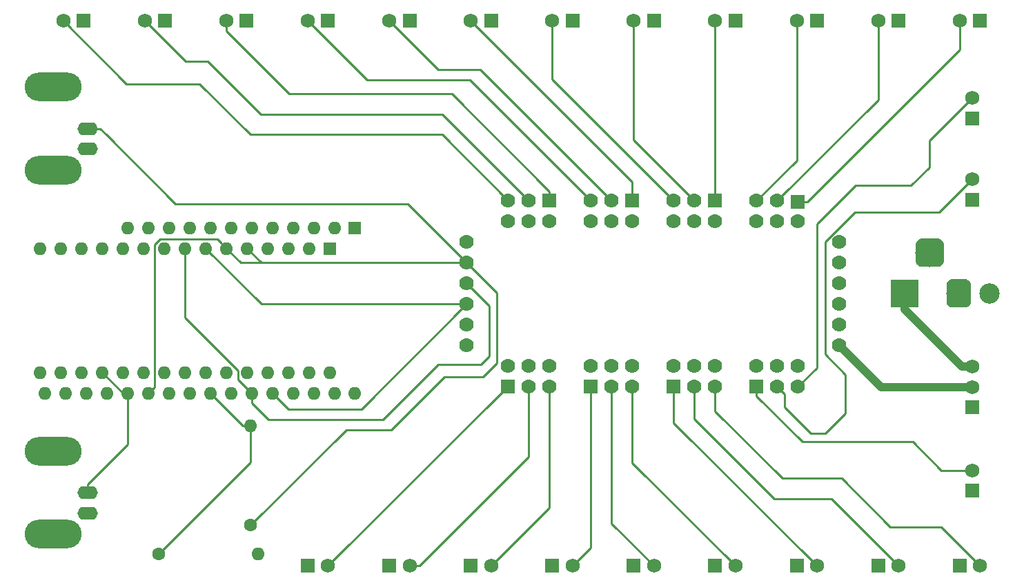
<source format=gbr>
G04 #@! TF.GenerationSoftware,KiCad,Pcbnew,(5.0.0)*
G04 #@! TF.CreationDate,2018-12-21T15:41:38+00:00*
G04 #@! TF.ProjectId,Multi Chromatic Stimulator,4D756C7469204368726F6D6174696320,rev?*
G04 #@! TF.SameCoordinates,Original*
G04 #@! TF.FileFunction,Copper,L1,Top,Signal*
G04 #@! TF.FilePolarity,Positive*
%FSLAX46Y46*%
G04 Gerber Fmt 4.6, Leading zero omitted, Abs format (unit mm)*
G04 Created by KiCad (PCBNEW (5.0.0)) date 12/21/18 15:41:38*
%MOMM*%
%LPD*%
G01*
G04 APERTURE LIST*
G04 #@! TA.AperFunction,ComponentPad*
%ADD10C,1.750000*%
G04 #@! TD*
G04 #@! TA.AperFunction,ComponentPad*
%ADD11R,1.750000X1.750000*%
G04 #@! TD*
G04 #@! TA.AperFunction,ComponentPad*
%ADD12O,1.600000X1.600000*%
G04 #@! TD*
G04 #@! TA.AperFunction,ComponentPad*
%ADD13C,1.600000*%
G04 #@! TD*
G04 #@! TA.AperFunction,ComponentPad*
%ADD14R,1.600000X1.600000*%
G04 #@! TD*
G04 #@! TA.AperFunction,ComponentPad*
%ADD15C,1.778000*%
G04 #@! TD*
G04 #@! TA.AperFunction,ComponentPad*
%ADD16R,1.778000X1.778000*%
G04 #@! TD*
G04 #@! TA.AperFunction,ComponentPad*
%ADD17O,2.499360X1.600200*%
G04 #@! TD*
G04 #@! TA.AperFunction,ComponentPad*
%ADD18O,7.000240X3.500120*%
G04 #@! TD*
G04 #@! TA.AperFunction,ComponentPad*
%ADD19C,2.500000*%
G04 #@! TD*
G04 #@! TA.AperFunction,ComponentPad*
%ADD20R,3.500000X3.500000*%
G04 #@! TD*
G04 #@! TA.AperFunction,Conductor*
%ADD21C,0.100000*%
G04 #@! TD*
G04 #@! TA.AperFunction,ComponentPad*
%ADD22C,3.000000*%
G04 #@! TD*
G04 #@! TA.AperFunction,ComponentPad*
%ADD23C,3.500000*%
G04 #@! TD*
G04 #@! TA.AperFunction,Conductor*
%ADD24C,0.250000*%
G04 #@! TD*
G04 #@! TA.AperFunction,Conductor*
%ADD25C,1.000000*%
G04 #@! TD*
G04 APERTURE END LIST*
D10*
G04 #@! TO.P,,2*
G04 #@! TO.N,Net-(J25-Pad1)*
X69500000Y-49000000D03*
D11*
G04 #@! TO.P,,1*
G04 #@! TO.N,Net-(J24-Pad1)*
X72000000Y-49000000D03*
G04 #@! TD*
D10*
G04 #@! TO.P,,2*
G04 #@! TO.N,Net-(J25-Pad1)*
X79500000Y-49000000D03*
D11*
G04 #@! TO.P,,1*
G04 #@! TO.N,Net-(J23-Pad1)*
X82000000Y-49000000D03*
G04 #@! TD*
D10*
G04 #@! TO.P,,2*
G04 #@! TO.N,Net-(J25-Pad1)*
X89500000Y-49000000D03*
D11*
G04 #@! TO.P,,1*
G04 #@! TO.N,Net-(J22-Pad1)*
X92000000Y-49000000D03*
G04 #@! TD*
D10*
G04 #@! TO.P,,2*
G04 #@! TO.N,Net-(J25-Pad1)*
X99500000Y-49000000D03*
D11*
G04 #@! TO.P,,1*
G04 #@! TO.N,Net-(J21-Pad1)*
X102000000Y-49000000D03*
G04 #@! TD*
D10*
G04 #@! TO.P,,2*
G04 #@! TO.N,Net-(J25-Pad1)*
X109500000Y-49000000D03*
D11*
G04 #@! TO.P,,1*
G04 #@! TO.N,Net-(J20-Pad1)*
X112000000Y-49000000D03*
G04 #@! TD*
D10*
G04 #@! TO.P,,2*
G04 #@! TO.N,Net-(J25-Pad1)*
X119500000Y-49000000D03*
D11*
G04 #@! TO.P,,1*
G04 #@! TO.N,Net-(J19-Pad1)*
X122000000Y-49000000D03*
G04 #@! TD*
D10*
G04 #@! TO.P,,2*
G04 #@! TO.N,Net-(J25-Pad1)*
X129500000Y-49000000D03*
D11*
G04 #@! TO.P,,1*
G04 #@! TO.N,Net-(J18-Pad1)*
X132000000Y-49000000D03*
G04 #@! TD*
D10*
G04 #@! TO.P,,2*
G04 #@! TO.N,Net-(J25-Pad1)*
X139500000Y-49000000D03*
D11*
G04 #@! TO.P,,1*
G04 #@! TO.N,Net-(J17-Pad1)*
X142000000Y-49000000D03*
G04 #@! TD*
D10*
G04 #@! TO.P,,2*
G04 #@! TO.N,Net-(J25-Pad1)*
X149500000Y-49000000D03*
D11*
G04 #@! TO.P,,1*
G04 #@! TO.N,Net-(J16-Pad1)*
X152000000Y-49000000D03*
G04 #@! TD*
D10*
G04 #@! TO.P,,2*
G04 #@! TO.N,Net-(J25-Pad1)*
X159500000Y-49000000D03*
D11*
G04 #@! TO.P,,1*
G04 #@! TO.N,Net-(J15-Pad1)*
X162000000Y-49000000D03*
G04 #@! TD*
D10*
G04 #@! TO.P,,2*
G04 #@! TO.N,Net-(J25-Pad1)*
X169500000Y-49000000D03*
D11*
G04 #@! TO.P,,1*
G04 #@! TO.N,Net-(J14-Pad1)*
X172000000Y-49000000D03*
G04 #@! TD*
D10*
G04 #@! TO.P,,2*
G04 #@! TO.N,Net-(J25-Pad1)*
X179500000Y-49000000D03*
D11*
G04 #@! TO.P,,1*
G04 #@! TO.N,Net-(J13-Pad1)*
X182000000Y-49000000D03*
G04 #@! TD*
G04 #@! TO.P,,1*
G04 #@! TO.N,Net-(J12-Pad1)*
X181000000Y-61000000D03*
D10*
G04 #@! TO.P,,2*
G04 #@! TO.N,Net-(J25-Pad1)*
X181000000Y-58500000D03*
G04 #@! TD*
D11*
G04 #@! TO.P,,1*
G04 #@! TO.N,Net-(J11-Pad1)*
X181000000Y-71000000D03*
D10*
G04 #@! TO.P,,2*
G04 #@! TO.N,Net-(J25-Pad1)*
X181000000Y-68500000D03*
G04 #@! TD*
D11*
G04 #@! TO.P,,1*
G04 #@! TO.N,Net-(J10-Pad1)*
X181000000Y-106750000D03*
D10*
G04 #@! TO.P,,2*
G04 #@! TO.N,Net-(J25-Pad1)*
X181000000Y-104250000D03*
G04 #@! TD*
G04 #@! TO.P,,2*
G04 #@! TO.N,Net-(J25-Pad1)*
X182000000Y-116000000D03*
D11*
G04 #@! TO.P,,1*
G04 #@! TO.N,Net-(J9-Pad1)*
X179500000Y-116000000D03*
G04 #@! TD*
D10*
G04 #@! TO.P,,2*
G04 #@! TO.N,Net-(J25-Pad1)*
X172000000Y-116000000D03*
D11*
G04 #@! TO.P,,1*
G04 #@! TO.N,Net-(J8-Pad1)*
X169500000Y-116000000D03*
G04 #@! TD*
D10*
G04 #@! TO.P,,2*
G04 #@! TO.N,Net-(J25-Pad1)*
X162000000Y-116000000D03*
D11*
G04 #@! TO.P,,1*
G04 #@! TO.N,Net-(J7-Pad1)*
X159500000Y-116000000D03*
G04 #@! TD*
D10*
G04 #@! TO.P,,2*
G04 #@! TO.N,Net-(J25-Pad1)*
X152000000Y-116000000D03*
D11*
G04 #@! TO.P,,1*
G04 #@! TO.N,Net-(J6-Pad1)*
X149500000Y-116000000D03*
G04 #@! TD*
D10*
G04 #@! TO.P,,2*
G04 #@! TO.N,Net-(J25-Pad1)*
X142000000Y-116000000D03*
D11*
G04 #@! TO.P,,1*
G04 #@! TO.N,Net-(J5-Pad1)*
X139500000Y-116000000D03*
G04 #@! TD*
D10*
G04 #@! TO.P,,2*
G04 #@! TO.N,Net-(J25-Pad1)*
X132000000Y-116000000D03*
D11*
G04 #@! TO.P,,1*
G04 #@! TO.N,Net-(J4-Pad1)*
X129500000Y-116000000D03*
G04 #@! TD*
D10*
G04 #@! TO.P,,2*
G04 #@! TO.N,Net-(J25-Pad1)*
X122000000Y-116000000D03*
D11*
G04 #@! TO.P,,1*
G04 #@! TO.N,Net-(J3-Pad1)*
X119500000Y-116000000D03*
G04 #@! TD*
D10*
G04 #@! TO.P,,2*
G04 #@! TO.N,Net-(J25-Pad1)*
X112000000Y-116000000D03*
D11*
G04 #@! TO.P,,1*
G04 #@! TO.N,Net-(J2-Pad1)*
X109500000Y-116000000D03*
G04 #@! TD*
G04 #@! TO.P,,1*
G04 #@! TO.N,Net-(J1-Pad1)*
X99500000Y-116000000D03*
D10*
G04 #@! TO.P,,2*
G04 #@! TO.N,Net-(J25-Pad1)*
X102000000Y-116000000D03*
G04 #@! TD*
D12*
G04 #@! TO.P,,2*
G04 #@! TO.N,GNDREF*
X93430000Y-114500000D03*
D13*
G04 #@! TO.P,,1*
G04 #@! TO.N,Net-(A1-Pad23)*
X81250000Y-114500000D03*
G04 #@! TD*
D14*
G04 #@! TO.P,,SDA/23*
G04 #@! TO.N,N/C*
X105250000Y-74500000D03*
D12*
G04 #@! TO.P,,NC*
G04 #@! TO.N,Net-(A1-Pad17)*
X72330000Y-94830000D03*
G04 #@! TO.P,,SCL/22*
G04 #@! TO.N,N/C*
X102810000Y-74500000D03*
G04 #@! TO.P,,18*
G04 #@! TO.N,GNDREF*
X74870000Y-94830000D03*
G04 #@! TO.P,,14/A6*
G04 #@! TO.N,N/C*
X100270000Y-74500000D03*
G04 #@! TO.P,,A0/26*
G04 #@! TO.N,Net-(A1-Pad19)*
X77410000Y-94830000D03*
G04 #@! TO.P,,32/A7*
G04 #@! TO.N,N/C*
X97730000Y-74500000D03*
G04 #@! TO.P,,A1/25*
G04 #@! TO.N,Net-(A1-Pad23)*
X79950000Y-94830000D03*
G04 #@! TO.P,,15/A8*
G04 #@! TO.N,N/C*
X95190000Y-74500000D03*
G04 #@! TO.P,,A2/34*
G04 #@! TO.N,Net-(A1-Pad21)*
X82490000Y-94830000D03*
G04 #@! TO.P,,33/A9*
G04 #@! TO.N,N/C*
X92650000Y-74500000D03*
G04 #@! TO.P,,A3/39*
G04 #@! TO.N,Net-(A1-Pad22)*
X85030000Y-94830000D03*
G04 #@! TO.P,,27/A10*
G04 #@! TO.N,N/C*
X90110000Y-74500000D03*
G04 #@! TO.P,,A4/36*
G04 #@! TO.N,Net-(A1-Pad23)*
X87570000Y-94830000D03*
G04 #@! TO.P,,12/A11*
G04 #@! TO.N,N/C*
X87570000Y-74500000D03*
G04 #@! TO.P,,A5/4*
G04 #@! TO.N,Net-(A1-Pad24)*
X90110000Y-94830000D03*
G04 #@! TO.P,,13/A12*
G04 #@! TO.N,N/C*
X85030000Y-74500000D03*
G04 #@! TO.P,,SCK/5*
G04 #@! TO.N,Net-(A1-Pad25)*
X92650000Y-94830000D03*
G04 #@! TO.P,,USB*
G04 #@! TO.N,N/C*
X82490000Y-74500000D03*
G04 #@! TO.P,,MOSI/18*
G04 #@! TO.N,Net-(A1-Pad26)*
X95190000Y-94830000D03*
G04 #@! TO.P,,En*
G04 #@! TO.N,N/C*
X79950000Y-74500000D03*
G04 #@! TO.P,,MISO/19*
G04 #@! TO.N,Net-(A1-Pad27)*
X97730000Y-94830000D03*
G04 #@! TO.P,,BAT*
G04 #@! TO.N,N/C*
X77410000Y-74500000D03*
G04 #@! TO.P,,RX/16*
G04 #@! TO.N,Net-(A1-Pad28)*
X100270000Y-94830000D03*
G04 #@! TO.P,,TX/17*
G04 #@! TO.N,N/C*
X102810000Y-94830000D03*
G04 #@! TO.P,,21*
G04 #@! TO.N,Net-(A1-Pad30)*
X105250000Y-94830000D03*
G04 #@! TO.P,,3V*
G04 #@! TO.N,Net-(A1-Pad16)*
X69790000Y-94830000D03*
G04 #@! TO.P,,RST*
G04 #@! TO.N,N/C*
X67250000Y-94830000D03*
G04 #@! TD*
D15*
G04 #@! TO.P,,25*
G04 #@! TO.N,Net-(J21-Pad1)*
X134255000Y-73660000D03*
G04 #@! TO.P,,*
G04 #@! TO.N,Net-(J25-Pad1)*
X134255000Y-71120000D03*
G04 #@! TO.P,,26*
G04 #@! TO.N,Net-(J22-Pad1)*
X129175000Y-73660000D03*
G04 #@! TO.P,,*
G04 #@! TO.N,Net-(J25-Pad1)*
X126635000Y-71120000D03*
G04 #@! TO.P,,27*
G04 #@! TO.N,Net-(J23-Pad1)*
X126635000Y-73660000D03*
G04 #@! TO.P,,*
G04 #@! TO.N,Net-(J25-Pad1)*
X124095000Y-71120000D03*
G04 #@! TO.P,,28*
G04 #@! TO.N,Net-(J24-Pad1)*
X124095000Y-73660000D03*
G04 #@! TO.P,,*
G04 #@! TO.N,Net-(J25-Pad1)*
X136795000Y-71120000D03*
G04 #@! TO.P,,24*
G04 #@! TO.N,Net-(J20-Pad1)*
X136795000Y-73660000D03*
G04 #@! TO.P,,23*
G04 #@! TO.N,Net-(J19-Pad1)*
X139335000Y-73660000D03*
G04 #@! TO.P,,*
G04 #@! TO.N,Net-(J25-Pad1)*
X146955000Y-71120000D03*
X144415000Y-71120000D03*
G04 #@! TO.P,,22*
G04 #@! TO.N,Net-(J18-Pad1)*
X144415000Y-73660000D03*
G04 #@! TO.P,,21*
G04 #@! TO.N,Net-(J17-Pad1)*
X146955000Y-73660000D03*
G04 #@! TO.P,,20*
G04 #@! TO.N,Net-(J16-Pad1)*
X149495000Y-73660000D03*
G04 #@! TO.P,,19*
G04 #@! TO.N,Net-(J15-Pad1)*
X154575000Y-73660000D03*
G04 #@! TO.P,,*
G04 #@! TO.N,Net-(J25-Pad1)*
X154575000Y-71120000D03*
X157115000Y-71120000D03*
G04 #@! TO.P,,18*
G04 #@! TO.N,Net-(J14-Pad1)*
X157115000Y-73660000D03*
G04 #@! TO.P,,17*
G04 #@! TO.N,Net-(J13-Pad1)*
X159655000Y-73660000D03*
G04 #@! TO.P,,16*
G04 #@! TO.N,Net-(J12-Pad1)*
X159655000Y-91440000D03*
G04 #@! TO.P,,*
G04 #@! TO.N,Net-(J25-Pad1)*
X159655000Y-93980000D03*
X157115000Y-93980000D03*
G04 #@! TO.P,,15*
G04 #@! TO.N,Net-(J11-Pad1)*
X157115000Y-91440000D03*
G04 #@! TO.P,,14*
G04 #@! TO.N,Net-(J10-Pad1)*
X154575000Y-91440000D03*
G04 #@! TO.P,,*
G04 #@! TO.N,Net-(J25-Pad1)*
X149495000Y-93980000D03*
X146955000Y-93980000D03*
G04 #@! TO.P,,13*
G04 #@! TO.N,Net-(J9-Pad1)*
X149495000Y-91440000D03*
G04 #@! TO.P,,12*
G04 #@! TO.N,Net-(J8-Pad1)*
X146955000Y-91440000D03*
G04 #@! TO.P,,11*
G04 #@! TO.N,Net-(J7-Pad1)*
X144415000Y-91440000D03*
D16*
G04 #@! TO.P,,*
G04 #@! TO.N,Net-(J25-Pad1)*
X129175000Y-71120000D03*
X139335000Y-71120000D03*
X149495000Y-71120000D03*
X159655000Y-71250000D03*
X154575000Y-93980000D03*
X144415000Y-93980000D03*
D15*
X139335000Y-93980000D03*
X136795000Y-93980000D03*
D16*
X134255000Y-93980000D03*
D15*
G04 #@! TO.P,,10*
G04 #@! TO.N,Net-(J6-Pad1)*
X139335000Y-91440000D03*
G04 #@! TO.P,,9*
G04 #@! TO.N,Net-(J5-Pad1)*
X136795000Y-91440000D03*
G04 #@! TO.P,,8*
G04 #@! TO.N,Net-(J4-Pad1)*
X134255000Y-91440000D03*
G04 #@! TO.P,,*
G04 #@! TO.N,Net-(J25-Pad1)*
X129175000Y-93980000D03*
X126635000Y-93980000D03*
D16*
X124095000Y-93980000D03*
D15*
G04 #@! TO.P,,7*
G04 #@! TO.N,Net-(J3-Pad1)*
X129175000Y-91440000D03*
G04 #@! TO.P,,6*
G04 #@! TO.N,Net-(J2-Pad1)*
X126635000Y-91440000D03*
G04 #@! TO.P,,5*
G04 #@! TO.N,Net-(J1-Pad1)*
X124095000Y-91440000D03*
G04 #@! TO.P,,30*
G04 #@! TO.N,Net-(A1-Pad30)*
X119015000Y-76200000D03*
G04 #@! TO.P,,2*
G04 #@! TO.N,Net-(A1-Pad23)*
X119015000Y-78740000D03*
G04 #@! TO.P,,3*
G04 #@! TO.N,Net-(A1-Pad25)*
X119015000Y-81280000D03*
G04 #@! TO.P,,4*
G04 #@! TO.N,Net-(A1-Pad26)*
X119015000Y-83820000D03*
G04 #@! TO.P,,1*
G04 #@! TO.N,GNDREF*
X119015000Y-86370000D03*
G04 #@! TO.P,,32*
G04 #@! TO.N,Net-(J25-Pad1)*
X119015000Y-88890000D03*
X164735000Y-88900000D03*
G04 #@! TO.P,,*
G04 #@! TO.N,GNDREF*
X164735000Y-86360000D03*
G04 #@! TO.N,*
X164735000Y-83820000D03*
X164735000Y-81280000D03*
X164735000Y-78740000D03*
X164735000Y-76200000D03*
G04 #@! TD*
D17*
G04 #@! TO.P,,2*
G04 #@! TO.N,GNDREF*
X72501260Y-64749360D03*
G04 #@! TO.P,,1*
G04 #@! TO.N,Net-(A1-Pad23)*
X72501260Y-62250000D03*
D18*
G04 #@! TO.P,,2*
G04 #@! TO.N,GNDREF*
X68236600Y-57149680D03*
X68236600Y-67347780D03*
G04 #@! TD*
D19*
G04 #@! TO.P,J2,4*
G04 #@! TO.N,N/C*
X183175000Y-82500000D03*
D20*
G04 #@! TO.P,J2,1*
G04 #@! TO.N,Net-(J25-Pad1)*
X172775000Y-82500000D03*
D21*
G04 #@! TD*
G04 #@! TO.N,GNDREF*
G04 #@! TO.C,J2*
G36*
X180198513Y-80753611D02*
X180271318Y-80764411D01*
X180342714Y-80782295D01*
X180412013Y-80807090D01*
X180478548Y-80838559D01*
X180541678Y-80876398D01*
X180600795Y-80920242D01*
X180655330Y-80969670D01*
X180704758Y-81024205D01*
X180748602Y-81083322D01*
X180786441Y-81146452D01*
X180817910Y-81212987D01*
X180842705Y-81282286D01*
X180860589Y-81353682D01*
X180871389Y-81426487D01*
X180875000Y-81500000D01*
X180875000Y-83500000D01*
X180871389Y-83573513D01*
X180860589Y-83646318D01*
X180842705Y-83717714D01*
X180817910Y-83787013D01*
X180786441Y-83853548D01*
X180748602Y-83916678D01*
X180704758Y-83975795D01*
X180655330Y-84030330D01*
X180600795Y-84079758D01*
X180541678Y-84123602D01*
X180478548Y-84161441D01*
X180412013Y-84192910D01*
X180342714Y-84217705D01*
X180271318Y-84235589D01*
X180198513Y-84246389D01*
X180125000Y-84250000D01*
X178625000Y-84250000D01*
X178551487Y-84246389D01*
X178478682Y-84235589D01*
X178407286Y-84217705D01*
X178337987Y-84192910D01*
X178271452Y-84161441D01*
X178208322Y-84123602D01*
X178149205Y-84079758D01*
X178094670Y-84030330D01*
X178045242Y-83975795D01*
X178001398Y-83916678D01*
X177963559Y-83853548D01*
X177932090Y-83787013D01*
X177907295Y-83717714D01*
X177889411Y-83646318D01*
X177878611Y-83573513D01*
X177875000Y-83500000D01*
X177875000Y-81500000D01*
X177878611Y-81426487D01*
X177889411Y-81353682D01*
X177907295Y-81282286D01*
X177932090Y-81212987D01*
X177963559Y-81146452D01*
X178001398Y-81083322D01*
X178045242Y-81024205D01*
X178094670Y-80969670D01*
X178149205Y-80920242D01*
X178208322Y-80876398D01*
X178271452Y-80838559D01*
X178337987Y-80807090D01*
X178407286Y-80782295D01*
X178478682Y-80764411D01*
X178551487Y-80753611D01*
X178625000Y-80750000D01*
X180125000Y-80750000D01*
X180198513Y-80753611D01*
X180198513Y-80753611D01*
G37*
D22*
G04 #@! TO.P,J2,2*
G04 #@! TO.N,GNDREF*
X179375000Y-82500000D03*
D21*
G04 #@! TD*
G04 #@! TO.N,GNDREF*
G04 #@! TO.C,J2*
G36*
X176785765Y-75754213D02*
X176870704Y-75766813D01*
X176953999Y-75787677D01*
X177034848Y-75816605D01*
X177112472Y-75853319D01*
X177186124Y-75897464D01*
X177255094Y-75948616D01*
X177318718Y-76006282D01*
X177376384Y-76069906D01*
X177427536Y-76138876D01*
X177471681Y-76212528D01*
X177508395Y-76290152D01*
X177537323Y-76371001D01*
X177558187Y-76454296D01*
X177570787Y-76539235D01*
X177575000Y-76625000D01*
X177575000Y-78375000D01*
X177570787Y-78460765D01*
X177558187Y-78545704D01*
X177537323Y-78628999D01*
X177508395Y-78709848D01*
X177471681Y-78787472D01*
X177427536Y-78861124D01*
X177376384Y-78930094D01*
X177318718Y-78993718D01*
X177255094Y-79051384D01*
X177186124Y-79102536D01*
X177112472Y-79146681D01*
X177034848Y-79183395D01*
X176953999Y-79212323D01*
X176870704Y-79233187D01*
X176785765Y-79245787D01*
X176700000Y-79250000D01*
X174950000Y-79250000D01*
X174864235Y-79245787D01*
X174779296Y-79233187D01*
X174696001Y-79212323D01*
X174615152Y-79183395D01*
X174537528Y-79146681D01*
X174463876Y-79102536D01*
X174394906Y-79051384D01*
X174331282Y-78993718D01*
X174273616Y-78930094D01*
X174222464Y-78861124D01*
X174178319Y-78787472D01*
X174141605Y-78709848D01*
X174112677Y-78628999D01*
X174091813Y-78545704D01*
X174079213Y-78460765D01*
X174075000Y-78375000D01*
X174075000Y-76625000D01*
X174079213Y-76539235D01*
X174091813Y-76454296D01*
X174112677Y-76371001D01*
X174141605Y-76290152D01*
X174178319Y-76212528D01*
X174222464Y-76138876D01*
X174273616Y-76069906D01*
X174331282Y-76006282D01*
X174394906Y-75948616D01*
X174463876Y-75897464D01*
X174537528Y-75853319D01*
X174615152Y-75816605D01*
X174696001Y-75787677D01*
X174779296Y-75766813D01*
X174864235Y-75754213D01*
X174950000Y-75750000D01*
X176700000Y-75750000D01*
X176785765Y-75754213D01*
X176785765Y-75754213D01*
G37*
D23*
G04 #@! TO.P,J2,3*
G04 #@! TO.N,GNDREF*
X175825000Y-77500000D03*
G04 #@! TD*
D18*
G04 #@! TO.P,,2*
G04 #@! TO.N,GNDREF*
X68236600Y-112097780D03*
X68236600Y-101899680D03*
D17*
G04 #@! TO.P,,1*
G04 #@! TO.N,Net-(A1-Pad19)*
X72501260Y-107000000D03*
G04 #@! TO.P,,2*
G04 #@! TO.N,GNDREF*
X72501260Y-109499360D03*
G04 #@! TD*
D12*
G04 #@! TO.P,,D13*
G04 #@! TO.N,N/C*
X66690000Y-92240000D03*
G04 #@! TO.P,,D12*
X66690000Y-77000000D03*
G04 #@! TO.P,,Vin*
X102250000Y-92240000D03*
G04 #@! TO.P,,D11*
X69230000Y-77000000D03*
G04 #@! TO.P,,GND*
G04 #@! TO.N,GNDREF*
X99710000Y-92240000D03*
G04 #@! TO.P,,D10*
G04 #@! TO.N,N/C*
X71770000Y-77000000D03*
G04 #@! TO.P,,RST*
X97170000Y-92240000D03*
G04 #@! TO.P,,D9*
X74310000Y-77000000D03*
G04 #@! TO.P,,5V*
X94630000Y-92240000D03*
G04 #@! TO.P,,D8*
X76850000Y-77000000D03*
G04 #@! TO.P,,A7*
X92090000Y-92240000D03*
G04 #@! TO.P,,D7*
X79390000Y-77000000D03*
G04 #@! TO.P,,A6*
X89550000Y-92240000D03*
G04 #@! TO.P,,D6*
G04 #@! TO.N,Net-(A1-Pad30)*
X81930000Y-77000000D03*
G04 #@! TO.P,,A5*
G04 #@! TO.N,N/C*
X87010000Y-92240000D03*
G04 #@! TO.P,,D5*
G04 #@! TO.N,Net-(A1-Pad25)*
X84470000Y-77000000D03*
G04 #@! TO.P,,A4*
G04 #@! TO.N,N/C*
X84470000Y-92240000D03*
G04 #@! TO.P,,D4*
G04 #@! TO.N,Net-(A1-Pad26)*
X87010000Y-77000000D03*
G04 #@! TO.P,,A3*
G04 #@! TO.N,N/C*
X81930000Y-92240000D03*
G04 #@! TO.P,,D3*
G04 #@! TO.N,Net-(A1-Pad23)*
X89550000Y-77000000D03*
G04 #@! TO.P,,A2*
G04 #@! TO.N,N/C*
X79390000Y-92240000D03*
G04 #@! TO.P,,D2*
G04 #@! TO.N,Net-(A1-Pad23)*
X92090000Y-77000000D03*
G04 #@! TO.P,,A1*
G04 #@! TO.N,N/C*
X76850000Y-92240000D03*
G04 #@! TO.P,,GND*
G04 #@! TO.N,GNDREF*
X94630000Y-77000000D03*
G04 #@! TO.P,,A0*
G04 #@! TO.N,Net-(A1-Pad19)*
X74310000Y-92240000D03*
G04 #@! TO.P,,RST*
G04 #@! TO.N,N/C*
X97170000Y-77000000D03*
G04 #@! TO.P,,REF*
X71770000Y-92240000D03*
G04 #@! TO.P,,RX0*
X99710000Y-77000000D03*
G04 #@! TO.P,,3V3*
X69230000Y-92240000D03*
D14*
G04 #@! TO.P,,TX1*
X102250000Y-77000000D03*
G04 #@! TD*
D13*
G04 #@! TO.P,,1*
G04 #@! TO.N,Net-(A1-Pad23)*
X92500000Y-111000000D03*
D12*
G04 #@! TO.P,,2*
X92500000Y-98820000D03*
G04 #@! TD*
D11*
G04 #@! TO.P,,1*
G04 #@! TO.N,GNDREF*
X181000000Y-96500000D03*
D10*
G04 #@! TO.P,,2*
G04 #@! TO.N,Net-(J25-Pad1)*
X181000000Y-94000000D03*
G04 #@! TO.P,,3*
X181000000Y-91500000D03*
G04 #@! TD*
D24*
G04 #@! TO.N,Net-(J25-Pad1)*
X146500000Y-70665000D02*
X146955000Y-71120000D01*
G04 #@! TO.N,Net-(A1-Pad19)*
X77410000Y-101041160D02*
X77410000Y-94830000D01*
X72501260Y-107000000D02*
X72501260Y-105949900D01*
X72501260Y-105949900D02*
X77410000Y-101041160D01*
X76900000Y-94830000D02*
X77410000Y-94830000D01*
X74310000Y-92240000D02*
X76900000Y-94830000D01*
G04 #@! TO.N,Net-(A1-Pad23)*
X74000940Y-62250000D02*
X74750000Y-62999060D01*
X72501260Y-62250000D02*
X74000940Y-62250000D01*
X105000000Y-78740000D02*
X119015000Y-78740000D01*
X74750000Y-62999060D02*
X74750000Y-63000000D01*
X74750000Y-63000000D02*
X83250000Y-71500000D01*
X111775000Y-71500000D02*
X119015000Y-78740000D01*
X83250000Y-71500000D02*
X111775000Y-71500000D01*
X89550000Y-77000000D02*
X91290000Y-78740000D01*
X103660000Y-78740000D02*
X104000000Y-78740000D01*
X104000000Y-78740000D02*
X105000000Y-78740000D01*
X104250000Y-99250000D02*
X92500000Y-111000000D01*
X122700009Y-82425009D02*
X122700009Y-91038269D01*
X119015000Y-78740000D02*
X122700009Y-82425009D01*
X122700009Y-91038269D02*
X120988278Y-92750000D01*
X120988278Y-92750000D02*
X116250000Y-92750000D01*
X116250000Y-92750000D02*
X109750000Y-99250000D01*
X109750000Y-99250000D02*
X104250000Y-99250000D01*
X91560000Y-98820000D02*
X92500000Y-98820000D01*
X87570000Y-94830000D02*
X91560000Y-98820000D01*
X91630001Y-104119999D02*
X81250000Y-114500000D01*
X92500000Y-103250000D02*
X91630001Y-104119999D01*
X92500000Y-98820000D02*
X92500000Y-103250000D01*
X88750001Y-76200001D02*
X89550000Y-77000000D01*
X88424999Y-75874999D02*
X88750001Y-76200001D01*
X81389999Y-75874999D02*
X88424999Y-75874999D01*
X80749999Y-76514999D02*
X81389999Y-75874999D01*
X80749999Y-94030001D02*
X80749999Y-76514999D01*
X79950000Y-94830000D02*
X80749999Y-94030001D01*
X93830000Y-78740000D02*
X94250000Y-78740000D01*
X92090000Y-77000000D02*
X93830000Y-78740000D01*
X91290000Y-78740000D02*
X94250000Y-78740000D01*
X94250000Y-78740000D02*
X104000000Y-78740000D01*
G04 #@! TO.N,Net-(A1-Pad25)*
X91850001Y-94030001D02*
X92650000Y-94830000D01*
X90964999Y-93144999D02*
X91850001Y-94030001D01*
X90964999Y-91989997D02*
X90964999Y-93144999D01*
X84470000Y-85494998D02*
X90964999Y-91989997D01*
X84470000Y-77000000D02*
X84470000Y-85494998D01*
X92650000Y-95961370D02*
X92650000Y-94830000D01*
X94688630Y-98000000D02*
X92650000Y-95961370D01*
X119015000Y-81280000D02*
X121750000Y-84015000D01*
X121750000Y-84015000D02*
X121750000Y-90250000D01*
X121750000Y-90250000D02*
X120750000Y-91250000D01*
X120750000Y-91250000D02*
X115500000Y-91250000D01*
X115500000Y-91250000D02*
X108750000Y-98000000D01*
X108750000Y-98000000D02*
X94688630Y-98000000D01*
G04 #@! TO.N,Net-(A1-Pad26)*
X106200000Y-83820000D02*
X119015000Y-83820000D01*
X95190000Y-94830000D02*
X97110000Y-96750000D01*
X106085000Y-96750000D02*
X119015000Y-83820000D01*
X97110000Y-96750000D02*
X106085000Y-96750000D01*
X93830000Y-83820000D02*
X106200000Y-83820000D01*
X87010000Y-77000000D02*
X93830000Y-83820000D01*
D25*
G04 #@! TO.N,Net-(J25-Pad1)*
X179775000Y-91500000D02*
X181000000Y-91500000D01*
X172775000Y-84500000D02*
X179775000Y-91500000D01*
X172775000Y-82500000D02*
X172775000Y-84500000D01*
X169835000Y-94000000D02*
X164735000Y-88900000D01*
X181000000Y-94000000D02*
X169835000Y-94000000D01*
D24*
X124020000Y-93980000D02*
X124095000Y-93980000D01*
X102000000Y-116000000D02*
X124020000Y-93980000D01*
X126635000Y-95237235D02*
X126635000Y-93980000D01*
X126635000Y-102602436D02*
X126635000Y-95237235D01*
X113237436Y-116000000D02*
X126635000Y-102602436D01*
X112000000Y-116000000D02*
X113237436Y-116000000D01*
X129175000Y-108825000D02*
X122000000Y-116000000D01*
X129175000Y-93980000D02*
X129175000Y-108825000D01*
X134255000Y-113745000D02*
X132000000Y-116000000D01*
X134255000Y-93980000D02*
X134255000Y-113745000D01*
X136795000Y-110795000D02*
X142000000Y-116000000D01*
X136795000Y-93980000D02*
X136795000Y-110795000D01*
X139335000Y-103335000D02*
X152000000Y-116000000D01*
X139335000Y-93980000D02*
X139335000Y-103335000D01*
X144415000Y-98415000D02*
X162000000Y-116000000D01*
X144415000Y-93980000D02*
X144415000Y-98415000D01*
X146955000Y-93980000D02*
X146955000Y-97955000D01*
X146955000Y-97955000D02*
X156750000Y-107750000D01*
X163750000Y-107750000D02*
X172000000Y-116000000D01*
X156750000Y-107750000D02*
X163750000Y-107750000D01*
X149495000Y-93980000D02*
X149495000Y-96995000D01*
X149495000Y-96995000D02*
X157750000Y-105250000D01*
X157750000Y-105250000D02*
X165000000Y-105250000D01*
X165000000Y-105250000D02*
X171000000Y-111250000D01*
X177250000Y-111250000D02*
X182000000Y-116000000D01*
X171000000Y-111250000D02*
X177250000Y-111250000D01*
X154575000Y-95119000D02*
X160206000Y-100750000D01*
X154575000Y-93980000D02*
X154575000Y-95119000D01*
X160206000Y-100750000D02*
X173750000Y-100750000D01*
X177250000Y-104250000D02*
X181000000Y-104250000D01*
X173750000Y-100750000D02*
X177250000Y-104250000D01*
X69500000Y-49000000D02*
X77250000Y-56750000D01*
X77250000Y-56750000D02*
X86250000Y-56750000D01*
X86250000Y-56750000D02*
X92500000Y-63000000D01*
X115975000Y-63000000D02*
X124095000Y-71120000D01*
X92500000Y-63000000D02*
X115975000Y-63000000D01*
X84500000Y-54000000D02*
X87250000Y-54000000D01*
X79500000Y-49000000D02*
X84500000Y-54000000D01*
X87250000Y-54000000D02*
X93750000Y-60500000D01*
X116015000Y-60500000D02*
X126635000Y-71120000D01*
X93750000Y-60500000D02*
X116015000Y-60500000D01*
X129175000Y-69981000D02*
X129175000Y-71120000D01*
X117194000Y-58000000D02*
X129175000Y-69981000D01*
X97250000Y-58000000D02*
X117194000Y-58000000D01*
X89500000Y-50250000D02*
X97250000Y-58000000D01*
X89500000Y-49000000D02*
X89500000Y-50250000D01*
X99500000Y-49000000D02*
X106750000Y-56250000D01*
X119385000Y-56250000D02*
X134255000Y-71120000D01*
X106750000Y-56250000D02*
X119385000Y-56250000D01*
X120675000Y-55000000D02*
X136795000Y-71120000D01*
X109500000Y-49000000D02*
X115500000Y-55000000D01*
X115500000Y-55000000D02*
X120675000Y-55000000D01*
X139335000Y-68835000D02*
X139335000Y-71120000D01*
X119500000Y-49000000D02*
X139335000Y-68835000D01*
X129500000Y-56205000D02*
X144415000Y-71120000D01*
X129500000Y-49000000D02*
X129500000Y-56205000D01*
X139500000Y-63665000D02*
X146955000Y-71120000D01*
X139500000Y-49000000D02*
X139500000Y-63665000D01*
X149500000Y-71115000D02*
X149495000Y-71120000D01*
X149500000Y-49000000D02*
X149500000Y-71115000D01*
X159500000Y-66195000D02*
X154575000Y-71120000D01*
X159500000Y-49000000D02*
X159500000Y-66195000D01*
X169500000Y-58735000D02*
X157115000Y-71120000D01*
X169500000Y-49000000D02*
X169500000Y-58735000D01*
X160794000Y-71250000D02*
X159655000Y-71250000D01*
X179500000Y-52544000D02*
X160794000Y-71250000D01*
X179500000Y-49000000D02*
X179500000Y-52544000D01*
X177000000Y-72500000D02*
X181000000Y-68500000D01*
X163000000Y-76138278D02*
X166638278Y-72500000D01*
X165500000Y-92500000D02*
X163000000Y-90000000D01*
X158003999Y-94868999D02*
X158003999Y-96503999D01*
X157115000Y-93980000D02*
X158003999Y-94868999D01*
X163000000Y-90000000D02*
X163000000Y-76138278D01*
X158003999Y-96503999D02*
X161250000Y-99750000D01*
X161250000Y-99750000D02*
X163000000Y-99750000D01*
X163000000Y-99750000D02*
X165500000Y-97250000D01*
X166638278Y-72500000D02*
X177000000Y-72500000D01*
X165500000Y-97250000D02*
X165500000Y-92500000D01*
X159655000Y-93980000D02*
X162000000Y-91635000D01*
X162000000Y-91635000D02*
X162000000Y-74000000D01*
X162000000Y-74000000D02*
X166750000Y-69250000D01*
X166750000Y-69250000D02*
X173500000Y-69250000D01*
X173500000Y-69250000D02*
X175750000Y-67000000D01*
X175750000Y-63750000D02*
X181000000Y-58500000D01*
X175750000Y-67000000D02*
X175750000Y-63750000D01*
G04 #@! TD*
M02*

</source>
